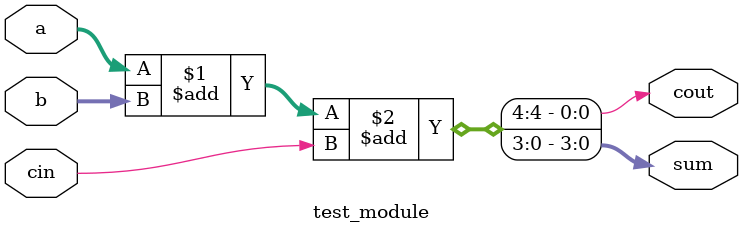
<source format=sv>
module test_module(
    input wire [3:0] a,       // 4-bit input A
    input wire [3:0] b,       // 4-bit input B
    input wire cin,           // Carry input
    output wire [3:0] sum,    // 4-bit sum output
    output wire cout          // Carry output
);

    // 4-bit adder with carry
    assign {cout, sum} = a + b + cin;

endmodule

</source>
